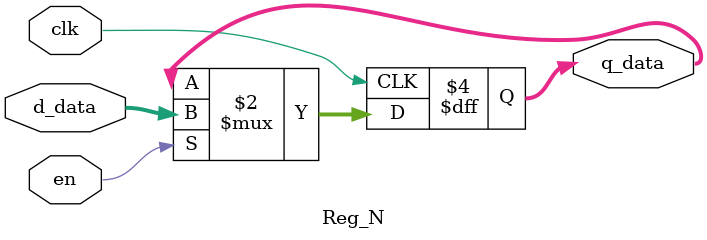
<source format=sv>
module Reg_N #( parameter WIDTH = 8)
    (
    input logic clk, en,
    input logic [WIDTH-1:0] d_data,
    output logic [WIDTH-1:0] q_data
);
    
always_ff @(posedge clk)
    if (en) 
        q_data <= d_data;
    
endmodule
</source>
